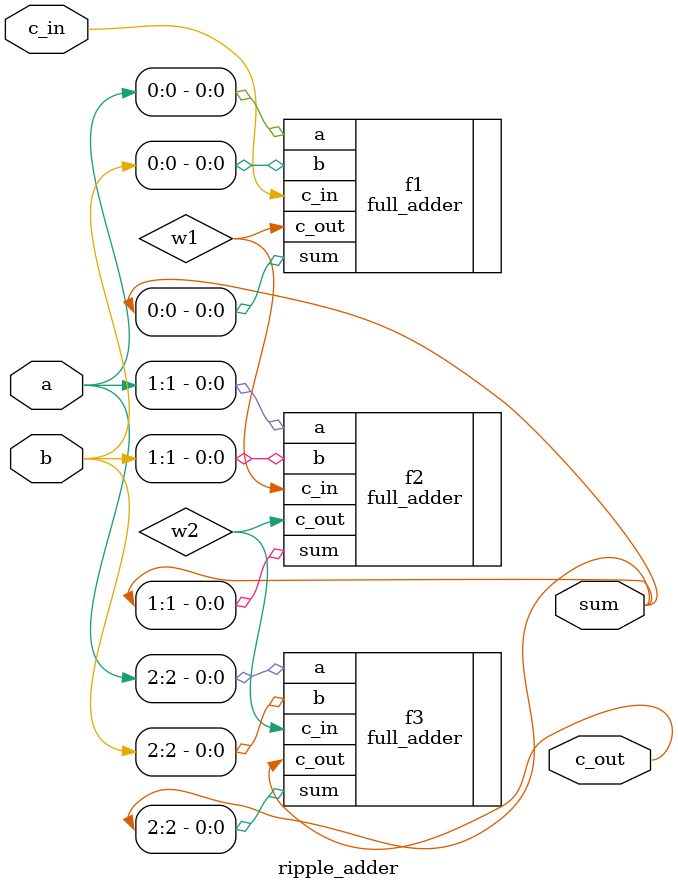
<source format=v>
`timescale 1ns / 1ps


module ripple_adder(
    input c_in,
    input [2:0] a,
    input [2:0] b,
    output [2:0] sum,
    output c_out
    );
    wire w1, w2;
    
    
    
    full_adder f1(.c_in(c_in), .a(a[0]), .b(b[0]), .sum(sum[0]), .c_out(w1));
    full_adder f2(.c_in(w1), .a(a[1]), .b(b[1]), .sum(sum[1]), .c_out(w2));
    full_adder f3(.c_in(w2), .a(a[2]), .b(b[2]), .sum(sum[2]), .c_out(c_out));
    
    
endmodule

</source>
